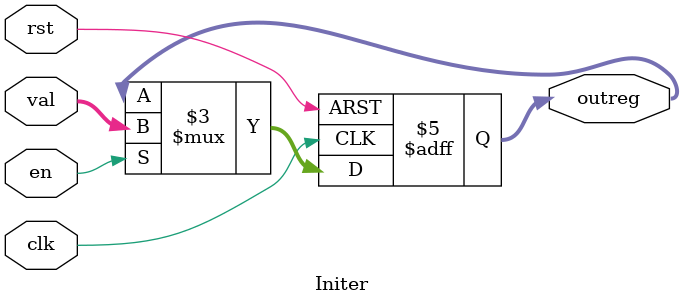
<source format=v>
`timescale 1ns/1ns
module Initer (
    clk,
    rst,
    val,
    en,
    outreg
);
    parameter size = 3;
    
    input clk, rst;
    input en;
    input [size-1:0]val;

    output reg [size-1:0]outreg;

    always @(posedge clk, posedge rst) begin
        if(rst)
            outreg = {size{1'b0}};
        
        else if (en)
            outreg = val;
    end

endmodule
</source>
